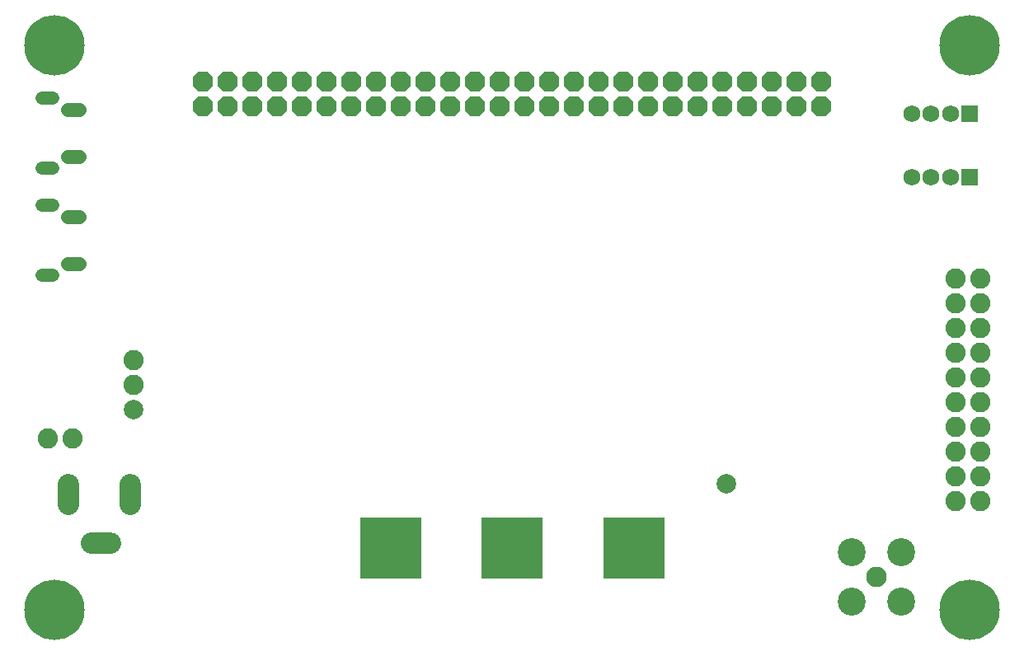
<source format=gbs>
G75*
%MOIN*%
%OFA0B0*%
%FSLAX25Y25*%
%IPPOS*%
%LPD*%
%AMOC8*
5,1,8,0,0,1.08239X$1,22.5*
%
%ADD10C,0.08674*%
%ADD11OC8,0.08200*%
%ADD12C,0.08200*%
%ADD13R,0.06800X0.06800*%
%ADD14C,0.06800*%
%ADD15C,0.08300*%
%ADD16C,0.11300*%
%ADD17R,0.24698X0.24698*%
%ADD18C,0.05562*%
%ADD19C,0.05169*%
%ADD20C,0.24422*%
%ADD21C,0.07887*%
D10*
X0043583Y0077748D02*
X0051457Y0077748D01*
X0059331Y0093496D02*
X0059331Y0101370D01*
X0034528Y0101370D02*
X0034528Y0093496D01*
D11*
X0088850Y0254274D03*
X0098850Y0254274D03*
X0098850Y0264274D03*
X0088850Y0264274D03*
X0108850Y0264274D03*
X0118850Y0264274D03*
X0118850Y0254274D03*
X0108850Y0254274D03*
X0128850Y0254274D03*
X0138850Y0254274D03*
X0138850Y0264274D03*
X0128850Y0264274D03*
X0148850Y0264274D03*
X0158850Y0264274D03*
X0168850Y0264274D03*
X0168850Y0254274D03*
X0158850Y0254274D03*
X0148850Y0254274D03*
X0178850Y0254274D03*
X0188850Y0254274D03*
X0188850Y0264274D03*
X0178850Y0264274D03*
X0198850Y0264274D03*
X0208850Y0264274D03*
X0218850Y0264274D03*
X0218850Y0254274D03*
X0208850Y0254274D03*
X0198850Y0254274D03*
X0228850Y0254274D03*
X0238850Y0254274D03*
X0238850Y0264274D03*
X0228850Y0264274D03*
X0248850Y0264274D03*
X0258850Y0264274D03*
X0258850Y0254274D03*
X0248850Y0254274D03*
X0268850Y0254274D03*
X0278850Y0254274D03*
X0288850Y0254274D03*
X0288850Y0264274D03*
X0278850Y0264274D03*
X0268850Y0264274D03*
X0298850Y0264274D03*
X0308850Y0264274D03*
X0308850Y0254274D03*
X0298850Y0254274D03*
X0318850Y0254274D03*
X0328850Y0254274D03*
X0338850Y0254274D03*
X0338850Y0264274D03*
X0328850Y0264274D03*
X0318850Y0264274D03*
D12*
X0392984Y0184865D03*
X0402984Y0184865D03*
X0402984Y0174865D03*
X0392984Y0174865D03*
X0392984Y0164865D03*
X0402984Y0164865D03*
X0402984Y0154865D03*
X0392984Y0154865D03*
X0392984Y0144865D03*
X0402984Y0144865D03*
X0402984Y0134865D03*
X0392984Y0134865D03*
X0392984Y0124865D03*
X0402984Y0124865D03*
X0402984Y0114865D03*
X0392984Y0114865D03*
X0392984Y0104865D03*
X0402984Y0104865D03*
X0402984Y0094865D03*
X0392984Y0094865D03*
X0060638Y0141696D03*
X0060638Y0151696D03*
X0036154Y0120035D03*
X0026154Y0120035D03*
D13*
X0398890Y0225809D03*
X0398890Y0251400D03*
D14*
X0391016Y0251400D03*
X0383142Y0251400D03*
X0375268Y0251400D03*
X0375268Y0225809D03*
X0383142Y0225809D03*
X0391016Y0225809D03*
D15*
X0361094Y0063998D03*
D16*
X0351056Y0053959D03*
X0371133Y0053959D03*
X0371133Y0074037D03*
X0351056Y0074037D03*
D17*
X0263063Y0075809D03*
X0213850Y0075809D03*
X0164638Y0075809D03*
D18*
X0038672Y0190672D02*
X0033910Y0190672D01*
X0033910Y0209766D02*
X0038672Y0209766D01*
X0038672Y0233979D02*
X0033910Y0233979D01*
X0033910Y0253073D02*
X0038672Y0253073D01*
D19*
X0028043Y0257798D02*
X0023674Y0257798D01*
X0023674Y0229254D02*
X0028043Y0229254D01*
X0028043Y0214491D02*
X0023674Y0214491D01*
X0023674Y0185947D02*
X0028043Y0185947D01*
D20*
X0028811Y0050613D03*
X0028811Y0278959D03*
X0398890Y0278959D03*
X0398890Y0050613D03*
D21*
X0300465Y0101794D03*
X0060638Y0131715D03*
M02*

</source>
